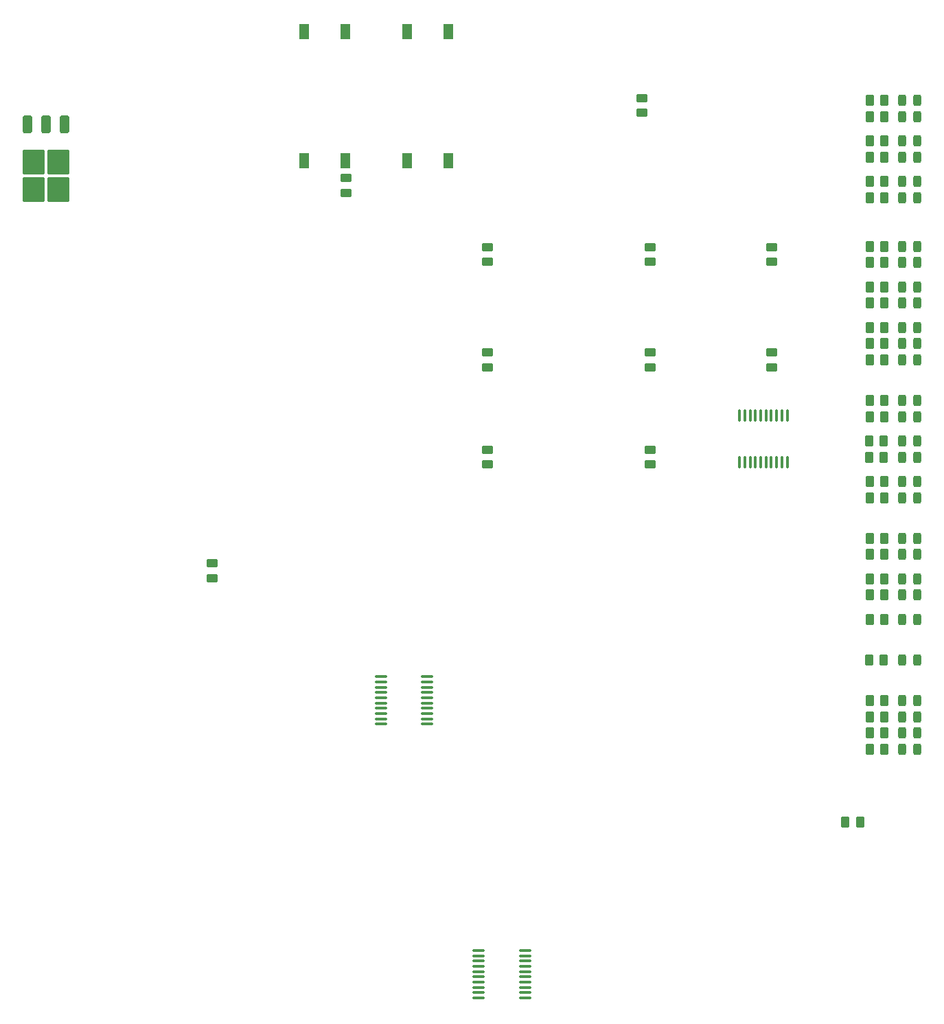
<source format=gbr>
%TF.GenerationSoftware,KiCad,Pcbnew,9.0.0*%
%TF.CreationDate,2025-03-11T18:36:24-04:00*%
%TF.ProjectId,pnp_controller,706e705f-636f-46e7-9472-6f6c6c65722e,rev?*%
%TF.SameCoordinates,Original*%
%TF.FileFunction,Paste,Top*%
%TF.FilePolarity,Positive*%
%FSLAX46Y46*%
G04 Gerber Fmt 4.6, Leading zero omitted, Abs format (unit mm)*
G04 Created by KiCad (PCBNEW 9.0.0) date 2025-03-11 18:36:24*
%MOMM*%
%LPD*%
G01*
G04 APERTURE LIST*
G04 Aperture macros list*
%AMRoundRect*
0 Rectangle with rounded corners*
0 $1 Rounding radius*
0 $2 $3 $4 $5 $6 $7 $8 $9 X,Y pos of 4 corners*
0 Add a 4 corners polygon primitive as box body*
4,1,4,$2,$3,$4,$5,$6,$7,$8,$9,$2,$3,0*
0 Add four circle primitives for the rounded corners*
1,1,$1+$1,$2,$3*
1,1,$1+$1,$4,$5*
1,1,$1+$1,$6,$7*
1,1,$1+$1,$8,$9*
0 Add four rect primitives between the rounded corners*
20,1,$1+$1,$2,$3,$4,$5,0*
20,1,$1+$1,$4,$5,$6,$7,0*
20,1,$1+$1,$6,$7,$8,$9,0*
20,1,$1+$1,$8,$9,$2,$3,0*%
G04 Aperture macros list end*
%ADD10RoundRect,0.250000X0.450000X-0.262500X0.450000X0.262500X-0.450000X0.262500X-0.450000X-0.262500X0*%
%ADD11RoundRect,0.250000X-0.262500X-0.450000X0.262500X-0.450000X0.262500X0.450000X-0.262500X0.450000X0*%
%ADD12RoundRect,0.243750X-0.243750X-0.456250X0.243750X-0.456250X0.243750X0.456250X-0.243750X0.456250X0*%
%ADD13RoundRect,0.100000X0.100000X-0.637500X0.100000X0.637500X-0.100000X0.637500X-0.100000X-0.637500X0*%
%ADD14RoundRect,0.100000X0.637500X0.100000X-0.637500X0.100000X-0.637500X-0.100000X0.637500X-0.100000X0*%
%ADD15R,1.270000X1.905000*%
%ADD16RoundRect,0.250000X-0.450000X0.262500X-0.450000X-0.262500X0.450000X-0.262500X0.450000X0.262500X0*%
%ADD17RoundRect,0.250000X0.262500X0.450000X-0.262500X0.450000X-0.262500X-0.450000X0.262500X-0.450000X0*%
%ADD18RoundRect,0.100000X-0.637500X-0.100000X0.637500X-0.100000X0.637500X0.100000X-0.637500X0.100000X0*%
%ADD19RoundRect,0.250000X-0.350000X0.850000X-0.350000X-0.850000X0.350000X-0.850000X0.350000X0.850000X0*%
%ADD20RoundRect,0.250000X-1.125000X1.275000X-1.125000X-1.275000X1.125000X-1.275000X1.125000X1.275000X0*%
G04 APERTURE END LIST*
D10*
%TO.C,R31*%
X115000000Y7912500D03*
X115000000Y6087500D03*
%TD*%
%TO.C,R26*%
X135000000Y7912500D03*
X135000000Y6087500D03*
%TD*%
%TO.C,R43*%
X135000000Y-4087500D03*
X135000000Y-5912500D03*
%TD*%
D11*
%TO.C,R4*%
X162087500Y14000000D03*
X163912500Y14000000D03*
%TD*%
D12*
%TO.C,D7*%
X166062500Y-20000000D03*
X167937500Y-20000000D03*
%TD*%
%TO.C,D16*%
X166062500Y-39000000D03*
X167937500Y-39000000D03*
%TD*%
%TO.C,D11*%
X166062500Y-37000000D03*
X167937500Y-37000000D03*
%TD*%
D13*
%TO.C,U5*%
X146075000Y-5612500D03*
X146725000Y-5612500D03*
X147375000Y-5612500D03*
X148025000Y-5612500D03*
X148675000Y-5612500D03*
X149325000Y-5612500D03*
X149975000Y-5612500D03*
X150625000Y-5612500D03*
X151275000Y-5612500D03*
X151925000Y-5612500D03*
X151925000Y112500D03*
X151275000Y112500D03*
X150625000Y112500D03*
X149975000Y112500D03*
X149325000Y112500D03*
X148675000Y112500D03*
X148025000Y112500D03*
X147375000Y112500D03*
X146725000Y112500D03*
X146075000Y112500D03*
%TD*%
D12*
%TO.C,D26*%
X166125000Y27000000D03*
X168000000Y27000000D03*
%TD*%
%TO.C,D6*%
X166062500Y-5000000D03*
X167937500Y-5000000D03*
%TD*%
D11*
%TO.C,R38*%
X162087500Y7000000D03*
X163912500Y7000000D03*
%TD*%
D12*
%TO.C,D19*%
X166125000Y39000000D03*
X168000000Y39000000D03*
%TD*%
%TO.C,D28*%
X166125000Y29000000D03*
X168000000Y29000000D03*
%TD*%
D11*
%TO.C,R21*%
X162087500Y39000000D03*
X163912500Y39000000D03*
%TD*%
D14*
%TO.C,U2*%
X119612500Y-71675000D03*
X119612500Y-71025000D03*
X119612500Y-70375000D03*
X119612500Y-69725000D03*
X119612500Y-69075000D03*
X119612500Y-68425000D03*
X119612500Y-67775000D03*
X119612500Y-67125000D03*
X119612500Y-66475000D03*
X119612500Y-65825000D03*
X113887500Y-65825000D03*
X113887500Y-66475000D03*
X113887500Y-67125000D03*
X113887500Y-67775000D03*
X113887500Y-68425000D03*
X113887500Y-69075000D03*
X113887500Y-69725000D03*
X113887500Y-70375000D03*
X113887500Y-71025000D03*
X113887500Y-71675000D03*
%TD*%
D11*
%TO.C,R10*%
X162087500Y0D03*
X163912500Y0D03*
%TD*%
%TO.C,R14*%
X162087500Y-17000000D03*
X163912500Y-17000000D03*
%TD*%
%TO.C,R15*%
X162087500Y-35000000D03*
X163912500Y-35000000D03*
%TD*%
D12*
%TO.C,D30*%
X166062500Y-30000000D03*
X167937500Y-30000000D03*
%TD*%
D11*
%TO.C,R32*%
X162087500Y-8000000D03*
X163912500Y-8000000D03*
%TD*%
%TO.C,R12*%
X162087500Y-25000000D03*
X163912500Y-25000000D03*
%TD*%
%TO.C,R22*%
X162087500Y21000000D03*
X163912500Y21000000D03*
%TD*%
D12*
%TO.C,D10*%
X166062500Y0D03*
X167937500Y0D03*
%TD*%
%TO.C,D17*%
X166062500Y2000000D03*
X167937500Y2000000D03*
%TD*%
D11*
%TO.C,R20*%
X162087500Y-15000000D03*
X163912500Y-15000000D03*
%TD*%
%TO.C,R3*%
X162087500Y16000000D03*
X163912500Y16000000D03*
%TD*%
D10*
%TO.C,R17*%
X81000000Y-19912500D03*
X81000000Y-18087500D03*
%TD*%
D11*
%TO.C,R16*%
X162087500Y-39000000D03*
X163912500Y-39000000D03*
%TD*%
D12*
%TO.C,D23*%
X166062500Y9000000D03*
X167937500Y9000000D03*
%TD*%
D10*
%TO.C,R35*%
X150000000Y19087500D03*
X150000000Y20912500D03*
%TD*%
D11*
%TO.C,R19*%
X162087500Y2000000D03*
X163912500Y2000000D03*
%TD*%
D10*
%TO.C,R39*%
X115000000Y-5912500D03*
X115000000Y-4087500D03*
%TD*%
D11*
%TO.C,R33*%
X162087500Y-41000000D03*
X163912500Y-41000000D03*
%TD*%
%TO.C,R40*%
X162087500Y29000000D03*
X163912500Y29000000D03*
%TD*%
D12*
%TO.C,D14*%
X166062500Y-17000000D03*
X167937500Y-17000000D03*
%TD*%
%TO.C,D2*%
X166125000Y32000000D03*
X168000000Y32000000D03*
%TD*%
%TO.C,D12*%
X166062500Y-25000000D03*
X167937500Y-25000000D03*
%TD*%
D11*
%TO.C,R36*%
X162087500Y27000000D03*
X163912500Y27000000D03*
%TD*%
D12*
%TO.C,D21*%
X166062500Y-41000000D03*
X167937500Y-41000000D03*
%TD*%
D11*
%TO.C,R2*%
X162087500Y32000000D03*
X163912500Y32000000D03*
%TD*%
D12*
%TO.C,D1*%
X166125000Y34000000D03*
X168000000Y34000000D03*
%TD*%
D10*
%TO.C,R41*%
X135000000Y19087500D03*
X135000000Y20912500D03*
%TD*%
D11*
%TO.C,R8*%
X162087500Y-22000000D03*
X163912500Y-22000000D03*
%TD*%
D12*
%TO.C,D13*%
X166062500Y19000000D03*
X167937500Y19000000D03*
%TD*%
%TO.C,D8*%
X166062500Y-22000000D03*
X167937500Y-22000000D03*
%TD*%
%TO.C,D15*%
X166062500Y-35000000D03*
X167937500Y-35000000D03*
%TD*%
%TO.C,D20*%
X166062500Y21000000D03*
X167937500Y21000000D03*
%TD*%
%TO.C,D4*%
X166062500Y14000000D03*
X167937500Y14000000D03*
%TD*%
D15*
%TO.C,U1*%
X92360000Y31550000D03*
X97440000Y31550000D03*
X105060000Y31550000D03*
X110140000Y31550000D03*
X110140000Y47450000D03*
X105060000Y47450000D03*
X97440000Y47450000D03*
X92360000Y47450000D03*
%TD*%
D16*
%TO.C,R23*%
X97500000Y29412500D03*
X97500000Y27587500D03*
%TD*%
D12*
%TO.C,D22*%
X166062500Y-10000000D03*
X167937500Y-10000000D03*
%TD*%
D11*
%TO.C,R6*%
X162000000Y-5000000D03*
X163825000Y-5000000D03*
%TD*%
D12*
%TO.C,D27*%
X166062500Y7000000D03*
X167937500Y7000000D03*
%TD*%
D10*
%TO.C,R29*%
X115000000Y19087500D03*
X115000000Y20912500D03*
%TD*%
D12*
%TO.C,D5*%
X166062500Y-3000000D03*
X167937500Y-3000000D03*
%TD*%
D11*
%TO.C,R28*%
X162087500Y-10000000D03*
X163912500Y-10000000D03*
%TD*%
%TO.C,R13*%
X162087500Y19000000D03*
X163912500Y19000000D03*
%TD*%
%TO.C,R34*%
X162087500Y11000000D03*
X163912500Y11000000D03*
%TD*%
%TO.C,R1*%
X162087500Y34000000D03*
X163912500Y34000000D03*
%TD*%
D12*
%TO.C,D25*%
X166062500Y11000000D03*
X167937500Y11000000D03*
%TD*%
D11*
%TO.C,R9*%
X162087500Y37000000D03*
X163912500Y37000000D03*
%TD*%
%TO.C,R45*%
X162000000Y-30000000D03*
X163825000Y-30000000D03*
%TD*%
D12*
%TO.C,D9*%
X166125000Y37000000D03*
X168000000Y37000000D03*
%TD*%
%TO.C,D18*%
X166062500Y-15000000D03*
X167937500Y-15000000D03*
%TD*%
%TO.C,D24*%
X166062500Y-8000000D03*
X167937500Y-8000000D03*
%TD*%
D17*
%TO.C,R25*%
X160912500Y-50000000D03*
X159087500Y-50000000D03*
%TD*%
D10*
%TO.C,R24*%
X134000000Y37455000D03*
X134000000Y39280000D03*
%TD*%
D11*
%TO.C,R5*%
X162000000Y-3000000D03*
X163825000Y-3000000D03*
%TD*%
%TO.C,R30*%
X162087500Y9000000D03*
X163912500Y9000000D03*
%TD*%
%TO.C,R11*%
X162087500Y-37000000D03*
X163912500Y-37000000D03*
%TD*%
D18*
%TO.C,U3*%
X101807500Y-32075000D03*
X101807500Y-32725000D03*
X101807500Y-33375000D03*
X101807500Y-34025000D03*
X101807500Y-34675000D03*
X101807500Y-35325000D03*
X101807500Y-35975000D03*
X101807500Y-36625000D03*
X101807500Y-37275000D03*
X101807500Y-37925000D03*
X107532500Y-37925000D03*
X107532500Y-37275000D03*
X107532500Y-36625000D03*
X107532500Y-35975000D03*
X107532500Y-35325000D03*
X107532500Y-34675000D03*
X107532500Y-34025000D03*
X107532500Y-33375000D03*
X107532500Y-32725000D03*
X107532500Y-32075000D03*
%TD*%
D11*
%TO.C,R7*%
X162087500Y-20000000D03*
X163912500Y-20000000D03*
%TD*%
D19*
%TO.C,U4*%
X62805000Y36000000D03*
X60525000Y36000000D03*
D20*
X62050000Y31375000D03*
X59000000Y31375000D03*
X62050000Y28025000D03*
X59000000Y28025000D03*
D19*
X58245000Y36000000D03*
%TD*%
D12*
%TO.C,D3*%
X166062500Y16000000D03*
X167937500Y16000000D03*
%TD*%
D10*
%TO.C,R37*%
X150000000Y6087500D03*
X150000000Y7912500D03*
%TD*%
M02*

</source>
